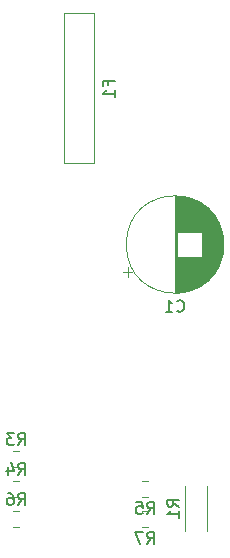
<source format=gbr>
G04 #@! TF.GenerationSoftware,KiCad,Pcbnew,(5.1.2)-1*
G04 #@! TF.CreationDate,2019-08-26T15:34:59+03:00*
G04 #@! TF.ProjectId,invaderBoard,696e7661-6465-4724-926f-6172642e6b69,rev?*
G04 #@! TF.SameCoordinates,Original*
G04 #@! TF.FileFunction,Legend,Bot*
G04 #@! TF.FilePolarity,Positive*
%FSLAX46Y46*%
G04 Gerber Fmt 4.6, Leading zero omitted, Abs format (unit mm)*
G04 Created by KiCad (PCBNEW (5.1.2)-1) date 2019-08-26 15:34:59*
%MOMM*%
%LPD*%
G04 APERTURE LIST*
%ADD10C,0.120000*%
%ADD11C,0.150000*%
G04 APERTURE END LIST*
D10*
X230615748Y-87555000D02*
X231138252Y-87555000D01*
X230615748Y-88975000D02*
X231138252Y-88975000D01*
X230615748Y-85015000D02*
X231138252Y-85015000D01*
X230615748Y-86435000D02*
X231138252Y-86435000D01*
X226568000Y-45466000D02*
X224028000Y-45466000D01*
X226568000Y-58166000D02*
X226568000Y-45466000D01*
X224028000Y-58166000D02*
X226568000Y-58166000D01*
X224028000Y-45466000D02*
X224028000Y-58166000D01*
X220225252Y-88975000D02*
X219702748Y-88975000D01*
X220225252Y-87555000D02*
X219702748Y-87555000D01*
X220225252Y-86435000D02*
X219702748Y-86435000D01*
X220225252Y-85015000D02*
X219702748Y-85015000D01*
X220225252Y-83895000D02*
X219702748Y-83895000D01*
X220225252Y-82475000D02*
X219702748Y-82475000D01*
X229396302Y-67739000D02*
X229396302Y-66939000D01*
X228996302Y-67339000D02*
X229796302Y-67339000D01*
X237487000Y-65557000D02*
X237487000Y-64491000D01*
X237447000Y-65792000D02*
X237447000Y-64256000D01*
X237407000Y-65972000D02*
X237407000Y-64076000D01*
X237367000Y-66122000D02*
X237367000Y-63926000D01*
X237327000Y-66253000D02*
X237327000Y-63795000D01*
X237287000Y-66370000D02*
X237287000Y-63678000D01*
X237247000Y-66477000D02*
X237247000Y-63571000D01*
X237207000Y-66576000D02*
X237207000Y-63472000D01*
X237167000Y-66669000D02*
X237167000Y-63379000D01*
X237127000Y-66755000D02*
X237127000Y-63293000D01*
X237087000Y-66837000D02*
X237087000Y-63211000D01*
X237047000Y-66914000D02*
X237047000Y-63134000D01*
X237007000Y-66988000D02*
X237007000Y-63060000D01*
X236967000Y-67058000D02*
X236967000Y-62990000D01*
X236927000Y-67126000D02*
X236927000Y-62922000D01*
X236887000Y-67190000D02*
X236887000Y-62858000D01*
X236847000Y-67252000D02*
X236847000Y-62796000D01*
X236807000Y-67311000D02*
X236807000Y-62737000D01*
X236767000Y-67369000D02*
X236767000Y-62679000D01*
X236727000Y-67424000D02*
X236727000Y-62624000D01*
X236687000Y-67478000D02*
X236687000Y-62570000D01*
X236647000Y-67529000D02*
X236647000Y-62519000D01*
X236607000Y-67580000D02*
X236607000Y-62468000D01*
X236567000Y-67628000D02*
X236567000Y-62420000D01*
X236527000Y-67675000D02*
X236527000Y-62373000D01*
X236487000Y-67721000D02*
X236487000Y-62327000D01*
X236447000Y-67765000D02*
X236447000Y-62283000D01*
X236407000Y-67808000D02*
X236407000Y-62240000D01*
X236367000Y-67850000D02*
X236367000Y-62198000D01*
X236327000Y-67891000D02*
X236327000Y-62157000D01*
X236287000Y-67931000D02*
X236287000Y-62117000D01*
X236247000Y-67969000D02*
X236247000Y-62079000D01*
X236207000Y-68007000D02*
X236207000Y-62041000D01*
X236167000Y-68043000D02*
X236167000Y-62005000D01*
X236127000Y-68079000D02*
X236127000Y-61969000D01*
X236087000Y-68114000D02*
X236087000Y-61934000D01*
X236047000Y-68148000D02*
X236047000Y-61900000D01*
X236007000Y-68180000D02*
X236007000Y-61868000D01*
X235967000Y-68213000D02*
X235967000Y-61835000D01*
X235927000Y-68244000D02*
X235927000Y-61804000D01*
X235887000Y-68274000D02*
X235887000Y-61774000D01*
X235847000Y-68304000D02*
X235847000Y-61744000D01*
X235807000Y-68333000D02*
X235807000Y-61715000D01*
X235767000Y-68362000D02*
X235767000Y-61686000D01*
X235727000Y-68389000D02*
X235727000Y-61659000D01*
X235687000Y-63984000D02*
X235687000Y-61632000D01*
X235687000Y-68416000D02*
X235687000Y-66064000D01*
X235647000Y-63984000D02*
X235647000Y-61606000D01*
X235647000Y-68442000D02*
X235647000Y-66064000D01*
X235607000Y-63984000D02*
X235607000Y-61580000D01*
X235607000Y-68468000D02*
X235607000Y-66064000D01*
X235567000Y-63984000D02*
X235567000Y-61555000D01*
X235567000Y-68493000D02*
X235567000Y-66064000D01*
X235527000Y-63984000D02*
X235527000Y-61531000D01*
X235527000Y-68517000D02*
X235527000Y-66064000D01*
X235487000Y-63984000D02*
X235487000Y-61507000D01*
X235487000Y-68541000D02*
X235487000Y-66064000D01*
X235447000Y-63984000D02*
X235447000Y-61484000D01*
X235447000Y-68564000D02*
X235447000Y-66064000D01*
X235407000Y-63984000D02*
X235407000Y-61462000D01*
X235407000Y-68586000D02*
X235407000Y-66064000D01*
X235367000Y-63984000D02*
X235367000Y-61440000D01*
X235367000Y-68608000D02*
X235367000Y-66064000D01*
X235327000Y-63984000D02*
X235327000Y-61418000D01*
X235327000Y-68630000D02*
X235327000Y-66064000D01*
X235287000Y-63984000D02*
X235287000Y-61397000D01*
X235287000Y-68651000D02*
X235287000Y-66064000D01*
X235247000Y-63984000D02*
X235247000Y-61377000D01*
X235247000Y-68671000D02*
X235247000Y-66064000D01*
X235207000Y-63984000D02*
X235207000Y-61358000D01*
X235207000Y-68690000D02*
X235207000Y-66064000D01*
X235167000Y-63984000D02*
X235167000Y-61338000D01*
X235167000Y-68710000D02*
X235167000Y-66064000D01*
X235127000Y-63984000D02*
X235127000Y-61320000D01*
X235127000Y-68728000D02*
X235127000Y-66064000D01*
X235087000Y-63984000D02*
X235087000Y-61302000D01*
X235087000Y-68746000D02*
X235087000Y-66064000D01*
X235047000Y-63984000D02*
X235047000Y-61284000D01*
X235047000Y-68764000D02*
X235047000Y-66064000D01*
X235007000Y-63984000D02*
X235007000Y-61267000D01*
X235007000Y-68781000D02*
X235007000Y-66064000D01*
X234967000Y-63984000D02*
X234967000Y-61250000D01*
X234967000Y-68798000D02*
X234967000Y-66064000D01*
X234927000Y-63984000D02*
X234927000Y-61234000D01*
X234927000Y-68814000D02*
X234927000Y-66064000D01*
X234887000Y-63984000D02*
X234887000Y-61219000D01*
X234887000Y-68829000D02*
X234887000Y-66064000D01*
X234847000Y-63984000D02*
X234847000Y-61203000D01*
X234847000Y-68845000D02*
X234847000Y-66064000D01*
X234807000Y-63984000D02*
X234807000Y-61189000D01*
X234807000Y-68859000D02*
X234807000Y-66064000D01*
X234767000Y-63984000D02*
X234767000Y-61174000D01*
X234767000Y-68874000D02*
X234767000Y-66064000D01*
X234727000Y-63984000D02*
X234727000Y-61161000D01*
X234727000Y-68887000D02*
X234727000Y-66064000D01*
X234687000Y-63984000D02*
X234687000Y-61147000D01*
X234687000Y-68901000D02*
X234687000Y-66064000D01*
X234647000Y-63984000D02*
X234647000Y-61135000D01*
X234647000Y-68913000D02*
X234647000Y-66064000D01*
X234607000Y-63984000D02*
X234607000Y-61122000D01*
X234607000Y-68926000D02*
X234607000Y-66064000D01*
X234567000Y-63984000D02*
X234567000Y-61110000D01*
X234567000Y-68938000D02*
X234567000Y-66064000D01*
X234527000Y-63984000D02*
X234527000Y-61099000D01*
X234527000Y-68949000D02*
X234527000Y-66064000D01*
X234487000Y-63984000D02*
X234487000Y-61088000D01*
X234487000Y-68960000D02*
X234487000Y-66064000D01*
X234447000Y-63984000D02*
X234447000Y-61077000D01*
X234447000Y-68971000D02*
X234447000Y-66064000D01*
X234407000Y-63984000D02*
X234407000Y-61067000D01*
X234407000Y-68981000D02*
X234407000Y-66064000D01*
X234367000Y-63984000D02*
X234367000Y-61057000D01*
X234367000Y-68991000D02*
X234367000Y-66064000D01*
X234327000Y-63984000D02*
X234327000Y-61048000D01*
X234327000Y-69000000D02*
X234327000Y-66064000D01*
X234287000Y-63984000D02*
X234287000Y-61039000D01*
X234287000Y-69009000D02*
X234287000Y-66064000D01*
X234247000Y-63984000D02*
X234247000Y-61030000D01*
X234247000Y-69018000D02*
X234247000Y-66064000D01*
X234207000Y-63984000D02*
X234207000Y-61022000D01*
X234207000Y-69026000D02*
X234207000Y-66064000D01*
X234167000Y-63984000D02*
X234167000Y-61014000D01*
X234167000Y-69034000D02*
X234167000Y-66064000D01*
X234127000Y-63984000D02*
X234127000Y-61007000D01*
X234127000Y-69041000D02*
X234127000Y-66064000D01*
X234086000Y-63984000D02*
X234086000Y-61000000D01*
X234086000Y-69048000D02*
X234086000Y-66064000D01*
X234046000Y-63984000D02*
X234046000Y-60994000D01*
X234046000Y-69054000D02*
X234046000Y-66064000D01*
X234006000Y-63984000D02*
X234006000Y-60987000D01*
X234006000Y-69061000D02*
X234006000Y-66064000D01*
X233966000Y-63984000D02*
X233966000Y-60982000D01*
X233966000Y-69066000D02*
X233966000Y-66064000D01*
X233926000Y-63984000D02*
X233926000Y-60976000D01*
X233926000Y-69072000D02*
X233926000Y-66064000D01*
X233886000Y-63984000D02*
X233886000Y-60972000D01*
X233886000Y-69076000D02*
X233886000Y-66064000D01*
X233846000Y-63984000D02*
X233846000Y-60967000D01*
X233846000Y-69081000D02*
X233846000Y-66064000D01*
X233806000Y-63984000D02*
X233806000Y-60963000D01*
X233806000Y-69085000D02*
X233806000Y-66064000D01*
X233766000Y-63984000D02*
X233766000Y-60959000D01*
X233766000Y-69089000D02*
X233766000Y-66064000D01*
X233726000Y-63984000D02*
X233726000Y-60956000D01*
X233726000Y-69092000D02*
X233726000Y-66064000D01*
X233686000Y-63984000D02*
X233686000Y-60953000D01*
X233686000Y-69095000D02*
X233686000Y-66064000D01*
X233646000Y-63984000D02*
X233646000Y-60950000D01*
X233646000Y-69098000D02*
X233646000Y-66064000D01*
X233606000Y-69100000D02*
X233606000Y-60948000D01*
X233566000Y-69101000D02*
X233566000Y-60947000D01*
X233526000Y-69103000D02*
X233526000Y-60945000D01*
X233486000Y-69104000D02*
X233486000Y-60944000D01*
X233446000Y-69104000D02*
X233446000Y-60944000D01*
X233406000Y-69104000D02*
X233406000Y-60944000D01*
X237526000Y-65024000D02*
G75*
G03X237526000Y-65024000I-4120000J0D01*
G01*
X236124000Y-85456000D02*
X236124000Y-89296000D01*
X234284000Y-85456000D02*
X234284000Y-89296000D01*
D11*
X231043666Y-90367380D02*
X231377000Y-89891190D01*
X231615095Y-90367380D02*
X231615095Y-89367380D01*
X231234142Y-89367380D01*
X231138904Y-89415000D01*
X231091285Y-89462619D01*
X231043666Y-89557857D01*
X231043666Y-89700714D01*
X231091285Y-89795952D01*
X231138904Y-89843571D01*
X231234142Y-89891190D01*
X231615095Y-89891190D01*
X230710333Y-89367380D02*
X230043666Y-89367380D01*
X230472238Y-90367380D01*
X231043666Y-87827380D02*
X231377000Y-87351190D01*
X231615095Y-87827380D02*
X231615095Y-86827380D01*
X231234142Y-86827380D01*
X231138904Y-86875000D01*
X231091285Y-86922619D01*
X231043666Y-87017857D01*
X231043666Y-87160714D01*
X231091285Y-87255952D01*
X231138904Y-87303571D01*
X231234142Y-87351190D01*
X231615095Y-87351190D01*
X230138904Y-86827380D02*
X230615095Y-86827380D01*
X230662714Y-87303571D01*
X230615095Y-87255952D01*
X230519857Y-87208333D01*
X230281761Y-87208333D01*
X230186523Y-87255952D01*
X230138904Y-87303571D01*
X230091285Y-87398809D01*
X230091285Y-87636904D01*
X230138904Y-87732142D01*
X230186523Y-87779761D01*
X230281761Y-87827380D01*
X230519857Y-87827380D01*
X230615095Y-87779761D01*
X230662714Y-87732142D01*
X227766571Y-51482666D02*
X227766571Y-51149333D01*
X228290380Y-51149333D02*
X227290380Y-51149333D01*
X227290380Y-51625523D01*
X228290380Y-52530285D02*
X228290380Y-51958857D01*
X228290380Y-52244571D02*
X227290380Y-52244571D01*
X227433238Y-52149333D01*
X227528476Y-52054095D01*
X227576095Y-51958857D01*
X220130666Y-87067380D02*
X220464000Y-86591190D01*
X220702095Y-87067380D02*
X220702095Y-86067380D01*
X220321142Y-86067380D01*
X220225904Y-86115000D01*
X220178285Y-86162619D01*
X220130666Y-86257857D01*
X220130666Y-86400714D01*
X220178285Y-86495952D01*
X220225904Y-86543571D01*
X220321142Y-86591190D01*
X220702095Y-86591190D01*
X219273523Y-86067380D02*
X219464000Y-86067380D01*
X219559238Y-86115000D01*
X219606857Y-86162619D01*
X219702095Y-86305476D01*
X219749714Y-86495952D01*
X219749714Y-86876904D01*
X219702095Y-86972142D01*
X219654476Y-87019761D01*
X219559238Y-87067380D01*
X219368761Y-87067380D01*
X219273523Y-87019761D01*
X219225904Y-86972142D01*
X219178285Y-86876904D01*
X219178285Y-86638809D01*
X219225904Y-86543571D01*
X219273523Y-86495952D01*
X219368761Y-86448333D01*
X219559238Y-86448333D01*
X219654476Y-86495952D01*
X219702095Y-86543571D01*
X219749714Y-86638809D01*
X220130666Y-84527380D02*
X220464000Y-84051190D01*
X220702095Y-84527380D02*
X220702095Y-83527380D01*
X220321142Y-83527380D01*
X220225904Y-83575000D01*
X220178285Y-83622619D01*
X220130666Y-83717857D01*
X220130666Y-83860714D01*
X220178285Y-83955952D01*
X220225904Y-84003571D01*
X220321142Y-84051190D01*
X220702095Y-84051190D01*
X219273523Y-83860714D02*
X219273523Y-84527380D01*
X219511619Y-83479761D02*
X219749714Y-84194047D01*
X219130666Y-84194047D01*
X220130666Y-81987380D02*
X220464000Y-81511190D01*
X220702095Y-81987380D02*
X220702095Y-80987380D01*
X220321142Y-80987380D01*
X220225904Y-81035000D01*
X220178285Y-81082619D01*
X220130666Y-81177857D01*
X220130666Y-81320714D01*
X220178285Y-81415952D01*
X220225904Y-81463571D01*
X220321142Y-81511190D01*
X220702095Y-81511190D01*
X219797333Y-80987380D02*
X219178285Y-80987380D01*
X219511619Y-81368333D01*
X219368761Y-81368333D01*
X219273523Y-81415952D01*
X219225904Y-81463571D01*
X219178285Y-81558809D01*
X219178285Y-81796904D01*
X219225904Y-81892142D01*
X219273523Y-81939761D01*
X219368761Y-81987380D01*
X219654476Y-81987380D01*
X219749714Y-81939761D01*
X219797333Y-81892142D01*
X233572666Y-70631142D02*
X233620285Y-70678761D01*
X233763142Y-70726380D01*
X233858380Y-70726380D01*
X234001238Y-70678761D01*
X234096476Y-70583523D01*
X234144095Y-70488285D01*
X234191714Y-70297809D01*
X234191714Y-70154952D01*
X234144095Y-69964476D01*
X234096476Y-69869238D01*
X234001238Y-69774000D01*
X233858380Y-69726380D01*
X233763142Y-69726380D01*
X233620285Y-69774000D01*
X233572666Y-69821619D01*
X232620285Y-70726380D02*
X233191714Y-70726380D01*
X232906000Y-70726380D02*
X232906000Y-69726380D01*
X233001238Y-69869238D01*
X233096476Y-69964476D01*
X233191714Y-70012095D01*
X233736380Y-87209333D02*
X233260190Y-86876000D01*
X233736380Y-86637904D02*
X232736380Y-86637904D01*
X232736380Y-87018857D01*
X232784000Y-87114095D01*
X232831619Y-87161714D01*
X232926857Y-87209333D01*
X233069714Y-87209333D01*
X233164952Y-87161714D01*
X233212571Y-87114095D01*
X233260190Y-87018857D01*
X233260190Y-86637904D01*
X233736380Y-88161714D02*
X233736380Y-87590285D01*
X233736380Y-87876000D02*
X232736380Y-87876000D01*
X232879238Y-87780761D01*
X232974476Y-87685523D01*
X233022095Y-87590285D01*
M02*

</source>
